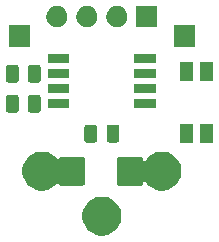
<source format=gbr>
G04 #@! TF.GenerationSoftware,KiCad,Pcbnew,(5.1.5)-3*
G04 #@! TF.CreationDate,2020-03-15T09:51:23+01:00*
G04 #@! TF.ProjectId,Capteur_Hall_I2C,43617074-6575-4725-9f48-616c6c5f4932,0.1*
G04 #@! TF.SameCoordinates,Original*
G04 #@! TF.FileFunction,Soldermask,Top*
G04 #@! TF.FilePolarity,Negative*
%FSLAX46Y46*%
G04 Gerber Fmt 4.6, Leading zero omitted, Abs format (unit mm)*
G04 Created by KiCad (PCBNEW (5.1.5)-3) date 2020-03-15 09:51:23*
%MOMM*%
%LPD*%
G04 APERTURE LIST*
%ADD10C,0.100000*%
G04 APERTURE END LIST*
D10*
G36*
X152775256Y-110151298D02*
G01*
X152881579Y-110172447D01*
X153182042Y-110296903D01*
X153452451Y-110477585D01*
X153682415Y-110707549D01*
X153863097Y-110977958D01*
X153987553Y-111278421D01*
X154051000Y-111597391D01*
X154051000Y-111922609D01*
X153987553Y-112241579D01*
X153863097Y-112542042D01*
X153682415Y-112812451D01*
X153452451Y-113042415D01*
X153182042Y-113223097D01*
X152881579Y-113347553D01*
X152775256Y-113368702D01*
X152562611Y-113411000D01*
X152237389Y-113411000D01*
X152024744Y-113368702D01*
X151918421Y-113347553D01*
X151617958Y-113223097D01*
X151347549Y-113042415D01*
X151117585Y-112812451D01*
X150936903Y-112542042D01*
X150812447Y-112241579D01*
X150749000Y-111922609D01*
X150749000Y-111597391D01*
X150812447Y-111278421D01*
X150936903Y-110977958D01*
X151117585Y-110707549D01*
X151347549Y-110477585D01*
X151617958Y-110296903D01*
X151918421Y-110172447D01*
X152024744Y-110151298D01*
X152237389Y-110109000D01*
X152562611Y-110109000D01*
X152775256Y-110151298D01*
G37*
G36*
X157855256Y-106341298D02*
G01*
X157961579Y-106362447D01*
X158262042Y-106486903D01*
X158532451Y-106667585D01*
X158762415Y-106897549D01*
X158943097Y-107167958D01*
X159067553Y-107468421D01*
X159131000Y-107787391D01*
X159131000Y-108112609D01*
X159067553Y-108431579D01*
X158943097Y-108732042D01*
X158762415Y-109002451D01*
X158532451Y-109232415D01*
X158262042Y-109413097D01*
X157961579Y-109537553D01*
X157855256Y-109558702D01*
X157642611Y-109601000D01*
X157317389Y-109601000D01*
X157104744Y-109558702D01*
X156998421Y-109537553D01*
X156697958Y-109413097D01*
X156427549Y-109232415D01*
X156197585Y-109002451D01*
X156102429Y-108860040D01*
X156086887Y-108841102D01*
X156067945Y-108825557D01*
X156046334Y-108814006D01*
X156022885Y-108806893D01*
X155998499Y-108804491D01*
X155974113Y-108806893D01*
X155950664Y-108814006D01*
X155929053Y-108825557D01*
X155910111Y-108841102D01*
X155894566Y-108860044D01*
X155883015Y-108881655D01*
X155875902Y-108905104D01*
X155873500Y-108929490D01*
X155873500Y-109002449D01*
X155869690Y-109041132D01*
X155860198Y-109072423D01*
X155844783Y-109101263D01*
X155824039Y-109126539D01*
X155798763Y-109147283D01*
X155769923Y-109162698D01*
X155738632Y-109172190D01*
X155699949Y-109176000D01*
X153870051Y-109176000D01*
X153831368Y-109172190D01*
X153800077Y-109162698D01*
X153771237Y-109147283D01*
X153745961Y-109126539D01*
X153725217Y-109101263D01*
X153709802Y-109072423D01*
X153700310Y-109041132D01*
X153696500Y-109002449D01*
X153696500Y-106897551D01*
X153700310Y-106858868D01*
X153709802Y-106827577D01*
X153725217Y-106798737D01*
X153745961Y-106773461D01*
X153771237Y-106752717D01*
X153800077Y-106737302D01*
X153831368Y-106727810D01*
X153870051Y-106724000D01*
X155699949Y-106724000D01*
X155738632Y-106727810D01*
X155769923Y-106737302D01*
X155798763Y-106752717D01*
X155824039Y-106773461D01*
X155844783Y-106798737D01*
X155860198Y-106827577D01*
X155869690Y-106858868D01*
X155873500Y-106897551D01*
X155873500Y-106970510D01*
X155875902Y-106994896D01*
X155883015Y-107018345D01*
X155894566Y-107039956D01*
X155910111Y-107058898D01*
X155929053Y-107074443D01*
X155950664Y-107085994D01*
X155974113Y-107093107D01*
X155998499Y-107095509D01*
X156022885Y-107093107D01*
X156046334Y-107085994D01*
X156067945Y-107074443D01*
X156086887Y-107058898D01*
X156102429Y-107039960D01*
X156197585Y-106897549D01*
X156427549Y-106667585D01*
X156697958Y-106486903D01*
X156998421Y-106362447D01*
X157104744Y-106341298D01*
X157317389Y-106299000D01*
X157642611Y-106299000D01*
X157855256Y-106341298D01*
G37*
G36*
X147695256Y-106341298D02*
G01*
X147801579Y-106362447D01*
X148102042Y-106486903D01*
X148372451Y-106667585D01*
X148578606Y-106873740D01*
X148597542Y-106889280D01*
X148619153Y-106900831D01*
X148642602Y-106907944D01*
X148666988Y-106910346D01*
X148691374Y-106907944D01*
X148714823Y-106900831D01*
X148736434Y-106889280D01*
X148755376Y-106873735D01*
X148770921Y-106854793D01*
X148778727Y-106838290D01*
X148778998Y-106838435D01*
X148800217Y-106798737D01*
X148820961Y-106773461D01*
X148846237Y-106752717D01*
X148875077Y-106737302D01*
X148906368Y-106727810D01*
X148945051Y-106724000D01*
X150774949Y-106724000D01*
X150813632Y-106727810D01*
X150844923Y-106737302D01*
X150873763Y-106752717D01*
X150899039Y-106773461D01*
X150919783Y-106798737D01*
X150935198Y-106827577D01*
X150944690Y-106858868D01*
X150948500Y-106897551D01*
X150948500Y-109002449D01*
X150944690Y-109041132D01*
X150935198Y-109072423D01*
X150919783Y-109101263D01*
X150899039Y-109126539D01*
X150873763Y-109147283D01*
X150844923Y-109162698D01*
X150813632Y-109172190D01*
X150774949Y-109176000D01*
X148945051Y-109176000D01*
X148906368Y-109172190D01*
X148875077Y-109162698D01*
X148846237Y-109147283D01*
X148820961Y-109126539D01*
X148800217Y-109101263D01*
X148781872Y-109066942D01*
X148777224Y-109055723D01*
X148763609Y-109035349D01*
X148746281Y-109018023D01*
X148725906Y-109004410D01*
X148703266Y-108995034D01*
X148679233Y-108990255D01*
X148654729Y-108990257D01*
X148630696Y-108995038D01*
X148608058Y-109004417D01*
X148578604Y-109026262D01*
X148372451Y-109232415D01*
X148102042Y-109413097D01*
X147801579Y-109537553D01*
X147695256Y-109558702D01*
X147482611Y-109601000D01*
X147157389Y-109601000D01*
X146944744Y-109558702D01*
X146838421Y-109537553D01*
X146537958Y-109413097D01*
X146267549Y-109232415D01*
X146037585Y-109002451D01*
X145856903Y-108732042D01*
X145732447Y-108431579D01*
X145669000Y-108112609D01*
X145669000Y-107787391D01*
X145732447Y-107468421D01*
X145856903Y-107167958D01*
X146037585Y-106897549D01*
X146267549Y-106667585D01*
X146537958Y-106486903D01*
X146838421Y-106362447D01*
X146944744Y-106341298D01*
X147157389Y-106299000D01*
X147482611Y-106299000D01*
X147695256Y-106341298D01*
G37*
G36*
X160141000Y-105601000D02*
G01*
X159039000Y-105601000D01*
X159039000Y-103949000D01*
X160141000Y-103949000D01*
X160141000Y-105601000D01*
G37*
G36*
X161841000Y-105601000D02*
G01*
X160739000Y-105601000D01*
X160739000Y-103949000D01*
X161841000Y-103949000D01*
X161841000Y-105601000D01*
G37*
G36*
X151834468Y-104028565D02*
G01*
X151873138Y-104040296D01*
X151908777Y-104059346D01*
X151940017Y-104084983D01*
X151965654Y-104116223D01*
X151984704Y-104151862D01*
X151996435Y-104190532D01*
X152001000Y-104236888D01*
X152001000Y-105313112D01*
X151996435Y-105359468D01*
X151984704Y-105398138D01*
X151965654Y-105433777D01*
X151940017Y-105465017D01*
X151908777Y-105490654D01*
X151873138Y-105509704D01*
X151834468Y-105521435D01*
X151788112Y-105526000D01*
X151136888Y-105526000D01*
X151090532Y-105521435D01*
X151051862Y-105509704D01*
X151016223Y-105490654D01*
X150984983Y-105465017D01*
X150959346Y-105433777D01*
X150940296Y-105398138D01*
X150928565Y-105359468D01*
X150924000Y-105313112D01*
X150924000Y-104236888D01*
X150928565Y-104190532D01*
X150940296Y-104151862D01*
X150959346Y-104116223D01*
X150984983Y-104084983D01*
X151016223Y-104059346D01*
X151051862Y-104040296D01*
X151090532Y-104028565D01*
X151136888Y-104024000D01*
X151788112Y-104024000D01*
X151834468Y-104028565D01*
G37*
G36*
X153709468Y-104028565D02*
G01*
X153748138Y-104040296D01*
X153783777Y-104059346D01*
X153815017Y-104084983D01*
X153840654Y-104116223D01*
X153859704Y-104151862D01*
X153871435Y-104190532D01*
X153876000Y-104236888D01*
X153876000Y-105313112D01*
X153871435Y-105359468D01*
X153859704Y-105398138D01*
X153840654Y-105433777D01*
X153815017Y-105465017D01*
X153783777Y-105490654D01*
X153748138Y-105509704D01*
X153709468Y-105521435D01*
X153663112Y-105526000D01*
X153011888Y-105526000D01*
X152965532Y-105521435D01*
X152926862Y-105509704D01*
X152891223Y-105490654D01*
X152859983Y-105465017D01*
X152834346Y-105433777D01*
X152815296Y-105398138D01*
X152803565Y-105359468D01*
X152799000Y-105313112D01*
X152799000Y-104236888D01*
X152803565Y-104190532D01*
X152815296Y-104151862D01*
X152834346Y-104116223D01*
X152859983Y-104084983D01*
X152891223Y-104059346D01*
X152926862Y-104040296D01*
X152965532Y-104028565D01*
X153011888Y-104024000D01*
X153663112Y-104024000D01*
X153709468Y-104028565D01*
G37*
G36*
X145181968Y-101488565D02*
G01*
X145220638Y-101500296D01*
X145256277Y-101519346D01*
X145287517Y-101544983D01*
X145313154Y-101576223D01*
X145332204Y-101611862D01*
X145343935Y-101650532D01*
X145348500Y-101696888D01*
X145348500Y-102773112D01*
X145343935Y-102819468D01*
X145332204Y-102858138D01*
X145313154Y-102893777D01*
X145287517Y-102925017D01*
X145256277Y-102950654D01*
X145220638Y-102969704D01*
X145181968Y-102981435D01*
X145135612Y-102986000D01*
X144484388Y-102986000D01*
X144438032Y-102981435D01*
X144399362Y-102969704D01*
X144363723Y-102950654D01*
X144332483Y-102925017D01*
X144306846Y-102893777D01*
X144287796Y-102858138D01*
X144276065Y-102819468D01*
X144271500Y-102773112D01*
X144271500Y-101696888D01*
X144276065Y-101650532D01*
X144287796Y-101611862D01*
X144306846Y-101576223D01*
X144332483Y-101544983D01*
X144363723Y-101519346D01*
X144399362Y-101500296D01*
X144438032Y-101488565D01*
X144484388Y-101484000D01*
X145135612Y-101484000D01*
X145181968Y-101488565D01*
G37*
G36*
X147056968Y-101488565D02*
G01*
X147095638Y-101500296D01*
X147131277Y-101519346D01*
X147162517Y-101544983D01*
X147188154Y-101576223D01*
X147207204Y-101611862D01*
X147218935Y-101650532D01*
X147223500Y-101696888D01*
X147223500Y-102773112D01*
X147218935Y-102819468D01*
X147207204Y-102858138D01*
X147188154Y-102893777D01*
X147162517Y-102925017D01*
X147131277Y-102950654D01*
X147095638Y-102969704D01*
X147056968Y-102981435D01*
X147010612Y-102986000D01*
X146359388Y-102986000D01*
X146313032Y-102981435D01*
X146274362Y-102969704D01*
X146238723Y-102950654D01*
X146207483Y-102925017D01*
X146181846Y-102893777D01*
X146162796Y-102858138D01*
X146151065Y-102819468D01*
X146146500Y-102773112D01*
X146146500Y-101696888D01*
X146151065Y-101650532D01*
X146162796Y-101611862D01*
X146181846Y-101576223D01*
X146207483Y-101544983D01*
X146238723Y-101519346D01*
X146274362Y-101500296D01*
X146313032Y-101488565D01*
X146359388Y-101484000D01*
X147010612Y-101484000D01*
X147056968Y-101488565D01*
G37*
G36*
X149651000Y-102611000D02*
G01*
X147849000Y-102611000D01*
X147849000Y-101859000D01*
X149651000Y-101859000D01*
X149651000Y-102611000D01*
G37*
G36*
X156951000Y-102611000D02*
G01*
X155149000Y-102611000D01*
X155149000Y-101859000D01*
X156951000Y-101859000D01*
X156951000Y-102611000D01*
G37*
G36*
X149651000Y-101341000D02*
G01*
X147849000Y-101341000D01*
X147849000Y-100589000D01*
X149651000Y-100589000D01*
X149651000Y-101341000D01*
G37*
G36*
X156951000Y-101341000D02*
G01*
X155149000Y-101341000D01*
X155149000Y-100589000D01*
X156951000Y-100589000D01*
X156951000Y-101341000D01*
G37*
G36*
X147056968Y-98948565D02*
G01*
X147095638Y-98960296D01*
X147131277Y-98979346D01*
X147162517Y-99004983D01*
X147188154Y-99036223D01*
X147207204Y-99071862D01*
X147218935Y-99110532D01*
X147223500Y-99156888D01*
X147223500Y-100233112D01*
X147218935Y-100279468D01*
X147207204Y-100318138D01*
X147188154Y-100353777D01*
X147162517Y-100385017D01*
X147131277Y-100410654D01*
X147095638Y-100429704D01*
X147056968Y-100441435D01*
X147010612Y-100446000D01*
X146359388Y-100446000D01*
X146313032Y-100441435D01*
X146274362Y-100429704D01*
X146238723Y-100410654D01*
X146207483Y-100385017D01*
X146181846Y-100353777D01*
X146162796Y-100318138D01*
X146151065Y-100279468D01*
X146146500Y-100233112D01*
X146146500Y-99156888D01*
X146151065Y-99110532D01*
X146162796Y-99071862D01*
X146181846Y-99036223D01*
X146207483Y-99004983D01*
X146238723Y-98979346D01*
X146274362Y-98960296D01*
X146313032Y-98948565D01*
X146359388Y-98944000D01*
X147010612Y-98944000D01*
X147056968Y-98948565D01*
G37*
G36*
X145181968Y-98948565D02*
G01*
X145220638Y-98960296D01*
X145256277Y-98979346D01*
X145287517Y-99004983D01*
X145313154Y-99036223D01*
X145332204Y-99071862D01*
X145343935Y-99110532D01*
X145348500Y-99156888D01*
X145348500Y-100233112D01*
X145343935Y-100279468D01*
X145332204Y-100318138D01*
X145313154Y-100353777D01*
X145287517Y-100385017D01*
X145256277Y-100410654D01*
X145220638Y-100429704D01*
X145181968Y-100441435D01*
X145135612Y-100446000D01*
X144484388Y-100446000D01*
X144438032Y-100441435D01*
X144399362Y-100429704D01*
X144363723Y-100410654D01*
X144332483Y-100385017D01*
X144306846Y-100353777D01*
X144287796Y-100318138D01*
X144276065Y-100279468D01*
X144271500Y-100233112D01*
X144271500Y-99156888D01*
X144276065Y-99110532D01*
X144287796Y-99071862D01*
X144306846Y-99036223D01*
X144332483Y-99004983D01*
X144363723Y-98979346D01*
X144399362Y-98960296D01*
X144438032Y-98948565D01*
X144484388Y-98944000D01*
X145135612Y-98944000D01*
X145181968Y-98948565D01*
G37*
G36*
X161841000Y-100351000D02*
G01*
X160739000Y-100351000D01*
X160739000Y-98699000D01*
X161841000Y-98699000D01*
X161841000Y-100351000D01*
G37*
G36*
X160141000Y-100351000D02*
G01*
X159039000Y-100351000D01*
X159039000Y-98699000D01*
X160141000Y-98699000D01*
X160141000Y-100351000D01*
G37*
G36*
X156951000Y-100071000D02*
G01*
X155149000Y-100071000D01*
X155149000Y-99319000D01*
X156951000Y-99319000D01*
X156951000Y-100071000D01*
G37*
G36*
X149651000Y-100071000D02*
G01*
X147849000Y-100071000D01*
X147849000Y-99319000D01*
X149651000Y-99319000D01*
X149651000Y-100071000D01*
G37*
G36*
X156951000Y-98801000D02*
G01*
X155149000Y-98801000D01*
X155149000Y-98049000D01*
X156951000Y-98049000D01*
X156951000Y-98801000D01*
G37*
G36*
X149651000Y-98801000D02*
G01*
X147849000Y-98801000D01*
X147849000Y-98049000D01*
X149651000Y-98049000D01*
X149651000Y-98801000D01*
G37*
G36*
X146316000Y-97421000D02*
G01*
X144514000Y-97421000D01*
X144514000Y-95619000D01*
X146316000Y-95619000D01*
X146316000Y-97421000D01*
G37*
G36*
X160286000Y-97421000D02*
G01*
X158484000Y-97421000D01*
X158484000Y-95619000D01*
X160286000Y-95619000D01*
X160286000Y-97421000D01*
G37*
G36*
X148703512Y-93973927D02*
G01*
X148852812Y-94003624D01*
X149016784Y-94071544D01*
X149164354Y-94170147D01*
X149289853Y-94295646D01*
X149388456Y-94443216D01*
X149456376Y-94607188D01*
X149491000Y-94781259D01*
X149491000Y-94958741D01*
X149456376Y-95132812D01*
X149388456Y-95296784D01*
X149289853Y-95444354D01*
X149164354Y-95569853D01*
X149016784Y-95668456D01*
X148852812Y-95736376D01*
X148703512Y-95766073D01*
X148678742Y-95771000D01*
X148501258Y-95771000D01*
X148476488Y-95766073D01*
X148327188Y-95736376D01*
X148163216Y-95668456D01*
X148015646Y-95569853D01*
X147890147Y-95444354D01*
X147791544Y-95296784D01*
X147723624Y-95132812D01*
X147689000Y-94958741D01*
X147689000Y-94781259D01*
X147723624Y-94607188D01*
X147791544Y-94443216D01*
X147890147Y-94295646D01*
X148015646Y-94170147D01*
X148163216Y-94071544D01*
X148327188Y-94003624D01*
X148476488Y-93973927D01*
X148501258Y-93969000D01*
X148678742Y-93969000D01*
X148703512Y-93973927D01*
G37*
G36*
X151243512Y-93973927D02*
G01*
X151392812Y-94003624D01*
X151556784Y-94071544D01*
X151704354Y-94170147D01*
X151829853Y-94295646D01*
X151928456Y-94443216D01*
X151996376Y-94607188D01*
X152031000Y-94781259D01*
X152031000Y-94958741D01*
X151996376Y-95132812D01*
X151928456Y-95296784D01*
X151829853Y-95444354D01*
X151704354Y-95569853D01*
X151556784Y-95668456D01*
X151392812Y-95736376D01*
X151243512Y-95766073D01*
X151218742Y-95771000D01*
X151041258Y-95771000D01*
X151016488Y-95766073D01*
X150867188Y-95736376D01*
X150703216Y-95668456D01*
X150555646Y-95569853D01*
X150430147Y-95444354D01*
X150331544Y-95296784D01*
X150263624Y-95132812D01*
X150229000Y-94958741D01*
X150229000Y-94781259D01*
X150263624Y-94607188D01*
X150331544Y-94443216D01*
X150430147Y-94295646D01*
X150555646Y-94170147D01*
X150703216Y-94071544D01*
X150867188Y-94003624D01*
X151016488Y-93973927D01*
X151041258Y-93969000D01*
X151218742Y-93969000D01*
X151243512Y-93973927D01*
G37*
G36*
X153783512Y-93973927D02*
G01*
X153932812Y-94003624D01*
X154096784Y-94071544D01*
X154244354Y-94170147D01*
X154369853Y-94295646D01*
X154468456Y-94443216D01*
X154536376Y-94607188D01*
X154571000Y-94781259D01*
X154571000Y-94958741D01*
X154536376Y-95132812D01*
X154468456Y-95296784D01*
X154369853Y-95444354D01*
X154244354Y-95569853D01*
X154096784Y-95668456D01*
X153932812Y-95736376D01*
X153783512Y-95766073D01*
X153758742Y-95771000D01*
X153581258Y-95771000D01*
X153556488Y-95766073D01*
X153407188Y-95736376D01*
X153243216Y-95668456D01*
X153095646Y-95569853D01*
X152970147Y-95444354D01*
X152871544Y-95296784D01*
X152803624Y-95132812D01*
X152769000Y-94958741D01*
X152769000Y-94781259D01*
X152803624Y-94607188D01*
X152871544Y-94443216D01*
X152970147Y-94295646D01*
X153095646Y-94170147D01*
X153243216Y-94071544D01*
X153407188Y-94003624D01*
X153556488Y-93973927D01*
X153581258Y-93969000D01*
X153758742Y-93969000D01*
X153783512Y-93973927D01*
G37*
G36*
X157111000Y-95771000D02*
G01*
X155309000Y-95771000D01*
X155309000Y-93969000D01*
X157111000Y-93969000D01*
X157111000Y-95771000D01*
G37*
M02*

</source>
